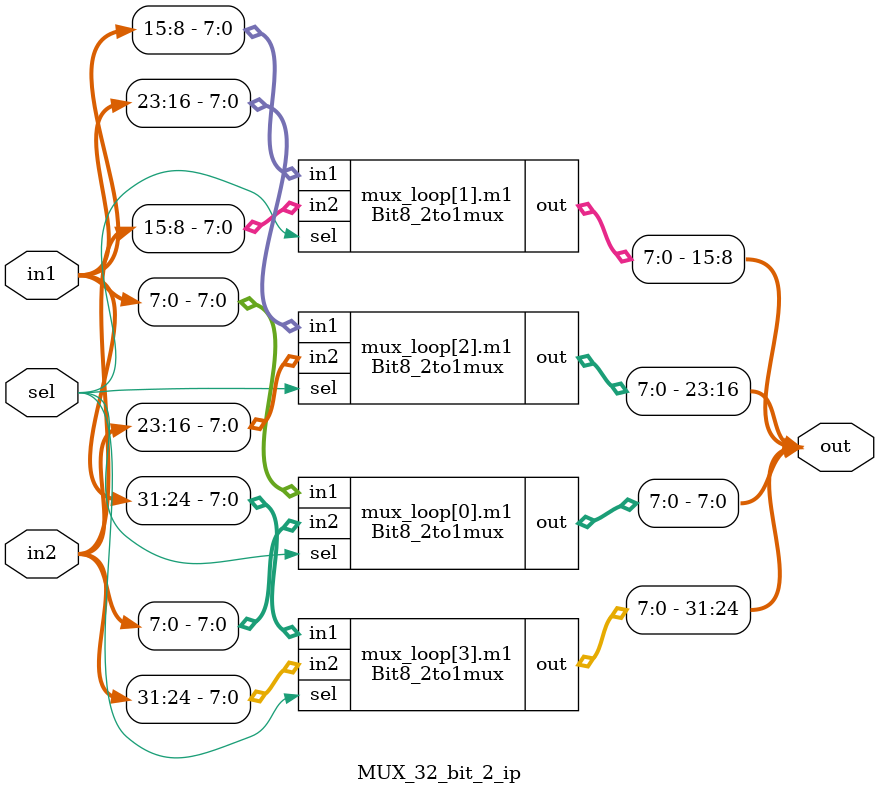
<source format=v>
module Mux2to1(out,sel,in1,in2);
	input in1,in2,sel;
	output out;
	wire not_sel,a1,a2;
	not (not_sel,sel);
	and (a1,sel,in2);
	and (a2,not_sel,in1);
	or(out,a1,a2);
endmodule

/*module bit8_2to1mux(out,sel,in1,in2);
	input [7:0] in1,in2;
	output [7:0] out;
	input sel;
	mux2to1 m0(out[0],sel,in1[0],in2[0]);
	mux2to1 m1(out[1],sel,in1[1],in2[1]);
	mux2to1 m2(out[2],sel,in1[2],in2[2]);
	mux2to1 m3(out[3],sel,in1[3],in2[3]);
	mux2to1 m4(out[4],sel,in1[4],in2[4]);
	mux2to1 m5(out[5],sel,in1[5],in2[5]);
	mux2to1 m6(out[6],sel,in1[6],in2[6]);
	mux2to1 m7(out[7],sel,in1[7],in2[7]);
endmodule
*/

module Bit8_2to1mux(out,sel,in1,in2);
	input [7:0] in1,in2;
	output [7:0] out;
	input sel;
	genvar j;     //this is the variable that is be used in the generate block
 
	generate for (j = 0; j < 8; j = j + 1) 
		begin: mux_loop                                    //mux_loop is the name of the loop
			Mux2to1 m1(out[j],sel,in1[j],in2[j]);          //mux2to1 is instantiated every time it is called
		end
	endgenerate
	
endmodule

module MUX_32_bit_2_ip(out,sel,in1,in2);
	input [31:0] in1,in2;
	output [31:0] out;
	input sel;
	genvar j;     //this is the variable that is be used in the generate block
 
	generate for (j = 0; j < 4; j = j + 1) 
		begin: mux_loop                                   							    //mux_loop is the name of the loop
			Bit8_2to1mux m1(out[8*j+7:8*j],sel,in1[8*j+7:8*j],in2[8*j+7:8*j]);          //mux2to1 is instantiated every time it is called
		end
	endgenerate
	
endmodule
/*
module Tb_32bit2to1mux;
	reg [31:0] INP1, INP2;
	reg SEL;
	wire [31:0] out;
	MUX_32_bit_2_ip M1(out,SEL,INP1,INP2);
	initial
	begin
		$monitor("INP1=%b, INP2=%b, SEL=%b, out=%b", INP1, INP2, SEL, out);
		INP1=32'b10101010101010101010101010101010;
		INP2=32'b01010101010101010101010101010101;
		SEL=1'b0;
		#100 SEL=1'b1;
		#1000 $finish;
	end
endmodule
*/
</source>
